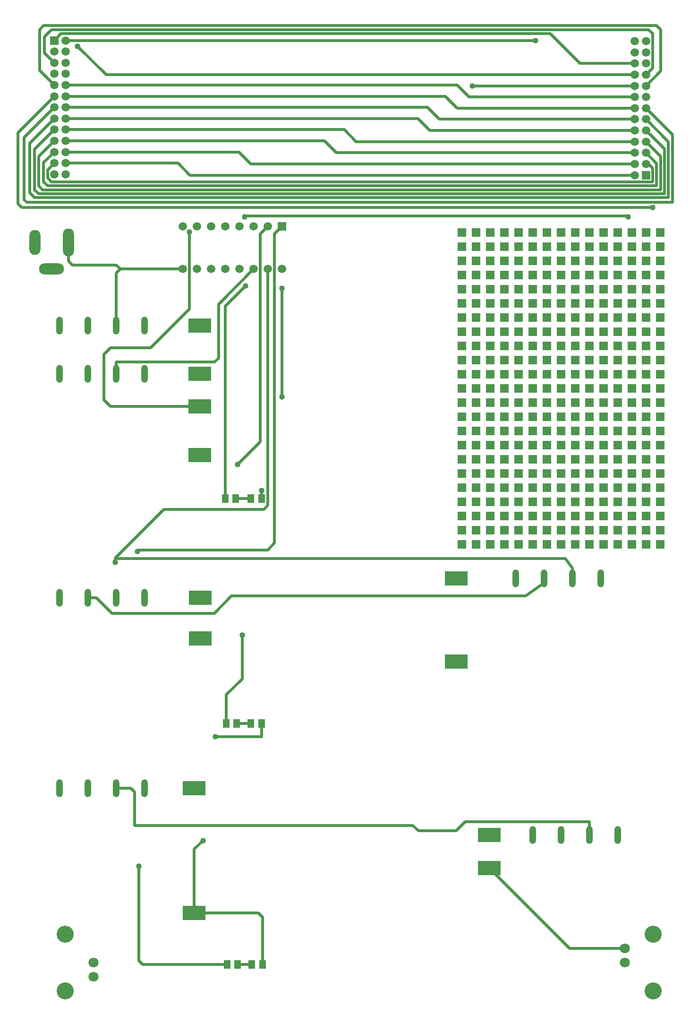
<source format=gbr>
G04 DipTrace 3.3.1.3*
G04 Top.gbr*
%MOIN*%
G04 #@! TF.FileFunction,Copper,L1,Top*
G04 #@! TF.Part,Single*
G04 #@! TA.AperFunction,Conductor*
%ADD12C,0.02*%
%ADD17R,0.051181X0.059055*%
%ADD18R,0.059055X0.059055*%
G04 #@! TA.AperFunction,ComponentPad*
%ADD19C,0.059055*%
%ADD20O,0.07874X0.177165*%
%ADD21O,0.07874X0.19685*%
%ADD22O,0.177165X0.07874*%
%ADD23C,0.120079*%
%ADD24C,0.070866*%
%ADD25O,0.047992X0.126732*%
%ADD27R,0.16X0.09937*%
G04 #@! TA.AperFunction,ViaPad*
%ADD28C,0.04*%
%FSLAX26Y26*%
G04*
G70*
G90*
G75*
G01*
G04 Top*
%LPD*%
X1768701Y2106201D2*
D12*
X1706207Y2043707D1*
Y1593701D1*
X2062450Y6506201D2*
Y6512450D1*
X4768701D1*
Y6506201D1*
X1743713Y5168720D2*
X1114205D1*
X1068701Y5214224D1*
Y5535492D1*
X1114205Y5580996D1*
X1399745D1*
X1672480Y5853731D1*
Y6396772D1*
X2181102Y4576228D2*
Y4518701D1*
X2181104Y2931201D2*
Y2837451D1*
X1856201D1*
X1706207Y1593701D2*
X2159449D1*
X2187451Y1565698D1*
Y1231201D1*
X4743795Y1343701D2*
X4356206D1*
X3787457Y1912450D1*
X1156202Y5399951D2*
Y5481319D1*
X1849425D1*
X1877425Y5509319D1*
Y5889925D1*
X2124951Y6137451D1*
X4374950Y3956201D2*
Y4026860D1*
X4324950Y4093701D1*
X1149951D1*
Y4068701D1*
Y4099951D1*
X1493173Y4443173D1*
X2196949D1*
X2224951Y4471176D1*
Y6137451D1*
X1156202Y2474950D2*
X1258205D1*
X1286205Y2446950D1*
Y2212451D1*
X3249949D1*
X3287450Y2174950D1*
X3556201D1*
X3618701Y2237450D1*
X4493702D1*
Y2143701D1*
X2324953Y6000453D2*
Y5236409D1*
X4174950Y3956201D2*
X4168701Y3918701D1*
X4043701Y3831201D1*
X1969819D1*
X1847953Y3709335D1*
X1124354D1*
X1014988Y3818701D1*
X956202D1*
X1624951Y6137451D2*
X1184198D1*
X1156201Y6165449D1*
X845421D1*
X817421Y6193449D1*
Y6324950D1*
X1156201Y5737451D2*
Y6109454D1*
X1184198Y6137451D1*
X1314205Y1925453D2*
Y1259201D1*
X1342205Y1231201D1*
X1937453D1*
X2324951Y6437451D2*
X2272480Y6384980D1*
Y4203730D1*
X2224951Y4156201D1*
X1306201D1*
Y4143701D1*
X2043701Y3556201D2*
Y3246417D1*
X1931202Y3133919D1*
Y2931201D1*
X2224951Y6437451D2*
X2172480Y6384980D1*
Y4919516D1*
X2011906Y4758941D1*
X2068701Y6018701D2*
X1924951Y5874951D1*
Y4518701D1*
X2112648Y1231201D2*
X2055850D1*
X2012256D1*
X2106301Y2931201D2*
X2049598D1*
X2006005D1*
X2106299Y4518701D2*
X2043346D1*
X1999755D1*
X4814961Y6799950D2*
X1676390D1*
X1592530Y6883810D1*
X797441D1*
X4893701Y6878690D2*
X4911701D1*
X4941228Y6849163D1*
Y6752421D1*
X699173D1*
X671173Y6780421D1*
Y6836282D1*
X718701Y6883810D1*
X4814961Y6878690D2*
X2104217D1*
X2020357Y6962550D1*
X797441D1*
X4893701Y6957430D2*
X4969228Y6881903D1*
Y6724421D1*
X671173D1*
X643173Y6752421D1*
Y6887022D1*
X718701Y6962550D1*
X4814961Y6957430D2*
X2708146D1*
X2624286Y7041290D1*
X797441D1*
X4893701Y7036171D2*
X4997228Y6932643D1*
Y6696421D1*
X635831D1*
X607831Y6724421D1*
Y6930420D1*
X718701Y7041290D1*
X4814961Y7036171D2*
X2847902D1*
X2764042Y7120030D1*
X797441D1*
X4893701Y7114911D2*
X5025228Y6983383D1*
Y6668421D1*
X607831D1*
X579831Y6696421D1*
Y6981160D1*
X718701Y7120030D1*
X4814961Y7114911D2*
X3369118D1*
X3285259Y7198770D1*
X797441D1*
X718701D2*
X543701Y7023770D1*
Y6676551D1*
X579831Y6640421D1*
X5053228D1*
Y7034123D1*
X4893701Y7193651D1*
X4814961D2*
X3436457D1*
X3352597Y7277510D1*
X797441D1*
X718701D2*
X506201Y7065010D1*
Y6626610D1*
X523831Y6608980D1*
X5081228D1*
Y7084864D1*
X4893701Y7272391D1*
X4814961D2*
X3561228D1*
X3477369Y7356251D1*
X797441D1*
X4941228Y6570980D2*
X489173D1*
X461173Y6598980D1*
Y7098723D1*
X718701Y7356251D1*
X4814961Y7351131D2*
X3645228D1*
X3561369Y7434991D1*
X797441D1*
X4893701Y7429871D2*
X4997228Y7533399D1*
Y7825480D1*
X4969228Y7853480D1*
X643173D1*
X615173Y7825480D1*
Y7538518D1*
X718701Y7434991D1*
X4814961Y7429871D2*
X3669295Y7429874D1*
X718701Y7592471D2*
X649950Y7661222D1*
Y7776257D1*
X699173Y7825480D1*
X4913228D1*
X4941228Y7797480D1*
Y7556139D1*
X4893701Y7508612D1*
X882969Y7709213D2*
X1083570Y7508612D1*
X4814961D1*
X797441Y7749951D2*
X4115177Y7749949D1*
X718701Y7749951D2*
X766230Y7797480D1*
X4217382D1*
X4427510Y7587352D1*
X4814961D1*
D28*
X4768701Y6506201D3*
X2062450D3*
X1672480Y6396772D3*
X1768701Y2106201D3*
X2181102Y4576228D3*
X1856201Y2837451D3*
X1149951Y4068701D3*
X2324953Y5236409D3*
Y6000453D3*
X1314205Y1925453D3*
X1306201Y4143701D3*
X2043701Y3556201D3*
X2011906Y4758941D3*
X2068701Y6018701D3*
X4941228Y6570980D3*
X3669295Y7429874D3*
X882969Y7709213D3*
X4115177Y7749949D3*
D17*
X2187451Y1231201D3*
X2112648D3*
X2181104Y2931201D3*
X2106301D3*
X2181102Y4518701D3*
X2106299D3*
D18*
X718701Y7749951D3*
D19*
Y7671211D3*
Y7592471D3*
Y7513731D3*
Y7434991D3*
Y7356251D3*
Y7277510D3*
Y7198770D3*
Y7120030D3*
Y7041290D3*
Y6962550D3*
Y6883810D3*
Y6805070D3*
X797441D3*
Y6883810D3*
Y6962550D3*
Y7041290D3*
Y7120030D3*
Y7198770D3*
Y7277510D3*
Y7356251D3*
Y7434991D3*
Y7513731D3*
Y7592471D3*
Y7671211D3*
Y7749951D3*
D18*
X4893701Y6799950D3*
D19*
Y6878690D3*
Y6957430D3*
Y7036171D3*
Y7114911D3*
Y7193651D3*
Y7272391D3*
Y7351131D3*
Y7429871D3*
Y7508612D3*
Y7587352D3*
Y7666092D3*
Y7744832D3*
X4814961D3*
Y7666092D3*
Y7587352D3*
Y7508612D3*
Y7429871D3*
Y7351131D3*
Y7272391D3*
Y7193651D3*
Y7114911D3*
Y7036171D3*
Y6957430D3*
Y6878690D3*
Y6799950D3*
D20*
X581201Y6324950D3*
D21*
X817421D3*
D22*
X699311Y6139911D3*
D23*
X793701Y1043701D3*
X793605Y1443701D3*
D24*
X993717Y1243701D3*
X993606Y1143701D3*
D25*
X1356201Y5737451D3*
X1156201D3*
X956201D3*
X756201D3*
X3974950Y3956201D3*
X4174950D3*
X4374950D3*
X4574950D3*
X4093702Y2143701D3*
X4293702D3*
X4493702D3*
X4693702D3*
X756202Y2474950D3*
X956202D3*
X1156202D3*
X1356202D3*
X756202Y3818701D3*
X956202D3*
X1156202D3*
X1356202D3*
X756202Y5399951D3*
X956202D3*
X1156202D3*
X1356202D3*
D18*
X2324951Y6437451D3*
D19*
X2224951D3*
X2124951D3*
X2024951D3*
X1924951D3*
X1824951D3*
X1724951D3*
X1624951D3*
Y6137451D3*
X1724951D3*
X1824951D3*
X1924951D3*
X2024951D3*
X2124951D3*
X2224951D3*
X2324951D3*
D17*
X1937453Y1231201D3*
X2012256D3*
X1931202Y2931201D3*
X2006005D3*
X1924951Y4518701D3*
X1999755D3*
D27*
X1743712Y5737461D3*
X1743713Y5399941D3*
Y5168720D3*
Y4824941D3*
X3556201Y3956210D3*
Y3368701D3*
X1749951Y3818701D3*
Y3531201D3*
X3787457Y2143701D3*
Y1912450D3*
X1706197Y2474950D3*
X1706207Y1593701D3*
D23*
X4943701Y1443701D3*
X4943797Y1043701D3*
D24*
X4743685Y1243701D3*
X4743795Y1343701D3*
D18*
X3593701Y6393701D3*
X3693701D3*
X3793701D3*
X3893701D3*
X3993701D3*
X4093701D3*
X4193701D3*
X4293701D3*
X4393701D3*
X4493701D3*
X4593701D3*
X4693701D3*
X3593701Y6293701D3*
X3693701D3*
X3793701D3*
X3893701D3*
X3993701D3*
X4093701D3*
X3593701Y6193701D3*
X3693701D3*
X3793701D3*
X3893701D3*
X3993701D3*
X4093701D3*
X3593701Y6093701D3*
X3693701D3*
X3793701D3*
X3893701D3*
X3993701D3*
X4093701D3*
X4193701Y6293701D3*
X4293701D3*
X4393701D3*
X4493701D3*
X4593701D3*
X4693701D3*
X4193701Y6193701D3*
X4293701D3*
X4393701D3*
X4493701D3*
X4593701D3*
X4693701D3*
X4193701Y6093701D3*
X4293701D3*
X4393701D3*
X4493701D3*
X4593701D3*
X4693701D3*
X3593701Y5993701D3*
X3693701D3*
X3793701D3*
X3893701D3*
X3993701D3*
X4093701D3*
X4193701D3*
X4293701D3*
X4393701D3*
X4493701D3*
X4593701D3*
X4693701D3*
X3593701Y5893701D3*
X3693701D3*
X3793701D3*
X3893701D3*
X3993701D3*
X4093701D3*
X3593701Y5793701D3*
X3693701D3*
X3793701D3*
X3893701D3*
X3993701D3*
X4093701D3*
X3593701Y5693701D3*
X3693701D3*
X3793701D3*
X3893701D3*
X3993701D3*
X4093701D3*
X4193701Y5893701D3*
X4293701D3*
X4393701D3*
X4493701D3*
X4593701D3*
X4693701D3*
X4193701Y5793701D3*
X4293701D3*
X4393701D3*
X4493701D3*
X4593701D3*
X4693701D3*
X4193701Y5693701D3*
X4293701D3*
X4393701D3*
X4493701D3*
X4593701D3*
X4693701D3*
X3593701Y5593701D3*
X3693701D3*
X3793701D3*
X3893701D3*
X3993701D3*
X4093701D3*
X4193701D3*
X4293701D3*
X4393701D3*
X4493701D3*
X4593701D3*
X4693701D3*
X3593701Y5493701D3*
X3693701D3*
X3793701D3*
X3893701D3*
X3993701D3*
X4093701D3*
X3593701Y5393701D3*
X3693701D3*
X3793701D3*
X3893701D3*
X3993701D3*
X4093701D3*
X3593701Y5293701D3*
X3693701D3*
X3793701D3*
X3893701D3*
X3993701D3*
X4093701D3*
X4193701Y5493701D3*
X4293701D3*
X4393701D3*
X4493701D3*
X4593701D3*
X4693701D3*
X4193701Y5393701D3*
X4293701D3*
X4393701D3*
X4493701D3*
X4593701D3*
X4693701D3*
X4193701Y5293701D3*
X4293701D3*
X4393701D3*
X4493701D3*
X4593701D3*
X4693701D3*
X3593701Y5193701D3*
X3693701D3*
X3793701D3*
X3893701D3*
X3993701D3*
X4093701D3*
X4193701D3*
X4293701D3*
X4393701D3*
X4493701D3*
X4593701D3*
X4693701D3*
X3593701Y5093701D3*
X3693701D3*
X3793701D3*
X3893701D3*
X3993701D3*
X4093701D3*
X3593701Y4993701D3*
X3693701D3*
X3793701D3*
X3893701D3*
X3993701D3*
X4093701D3*
X3593701Y4893701D3*
X3693701D3*
X3793701D3*
X3893701D3*
X3993701D3*
X4093701D3*
X4193701Y5093701D3*
X4293701D3*
X4393701D3*
X4493701D3*
X4593701D3*
X4693701D3*
X4193701Y4993701D3*
X4293701D3*
X4393701D3*
X4493701D3*
X4593701D3*
X4693701D3*
X4193701Y4893701D3*
X4293701D3*
X4393701D3*
X4493701D3*
X4593701D3*
X4693701D3*
X3593701Y4793701D3*
X3693701D3*
X3793701D3*
X3893701D3*
X3993701D3*
X4093701D3*
X4193701D3*
X4293701D3*
X4393701D3*
X4493701D3*
X4593701D3*
X4693701D3*
X3593701Y4693701D3*
X3693701D3*
X3793701D3*
X3893701D3*
X3993701D3*
X4093701D3*
X3593701Y4593701D3*
X3693701D3*
X3793701D3*
X3893701D3*
X3993701D3*
X4093701D3*
X3593701Y4493701D3*
X3693701D3*
X3793701D3*
X3893701D3*
X3993701D3*
X4093701D3*
X4193701Y4693701D3*
X4293701D3*
X4393701D3*
X4493701D3*
X4593701D3*
X4693701D3*
X4193701Y4593701D3*
X4293701D3*
X4393701D3*
X4493701D3*
X4593701D3*
X4693701D3*
X4193701Y4493701D3*
X4293701D3*
X4393701D3*
X4493701D3*
X4593701D3*
X4693701D3*
X4793701Y6393701D3*
X4893701D3*
X4993701D3*
X4793701Y6293701D3*
X4893701D3*
X4993701D3*
X4793701Y6193701D3*
X4893701D3*
X4993701D3*
X4793701Y6093701D3*
X4893701D3*
X4993701D3*
X4793701Y5993701D3*
X4893701D3*
X4993701D3*
X4793701Y5893701D3*
X4893701D3*
X4993701D3*
X4793701Y5793701D3*
X4893701D3*
X4993701D3*
X4793701Y5693701D3*
X4893701D3*
X4993701D3*
X4793701Y5593701D3*
X4893701D3*
X4993701D3*
X4793701Y5493701D3*
X4893701D3*
X4993701D3*
X4793701Y5393701D3*
X4893701D3*
X4993701D3*
X4793701Y5293701D3*
X4893701D3*
X4993701D3*
X4793701Y5193701D3*
X4893701D3*
X4993701D3*
X4793701Y5093701D3*
X4893701D3*
X4993701D3*
X4793701Y4993701D3*
X4893701D3*
X4993701D3*
X4793701Y4893701D3*
X4893701D3*
X4993701D3*
X4793701Y4793701D3*
X4893701D3*
X4993701D3*
X4793701Y4693701D3*
X4893701D3*
X4993701D3*
X4793701Y4593701D3*
X4893701D3*
X4993701D3*
X4793701Y4493701D3*
X4893701D3*
X4993701D3*
X3593701Y4393701D3*
X3693701D3*
X3793701D3*
X3893701D3*
X3993701D3*
X4093701D3*
X3593701Y4293701D3*
X3693701D3*
X3793701D3*
X3893701D3*
X3993701D3*
X4093701D3*
X3593701Y4193701D3*
X3693701D3*
X3793701D3*
X3893701D3*
X3993701D3*
X4093701D3*
X4193701Y4393701D3*
X4293701D3*
X4393701D3*
X4493701D3*
X4593701D3*
X4693701D3*
X4193701Y4293701D3*
X4293701D3*
X4393701D3*
X4493701D3*
X4593701D3*
X4693701D3*
X4193701Y4193701D3*
X4293701D3*
X4393701D3*
X4493701D3*
X4593701D3*
X4693701D3*
X4793701Y4393701D3*
X4893701D3*
X4993701D3*
X4793701Y4293701D3*
X4893701D3*
X4993701D3*
X4793701Y4193701D3*
X4893701D3*
X4993701D3*
M02*

</source>
